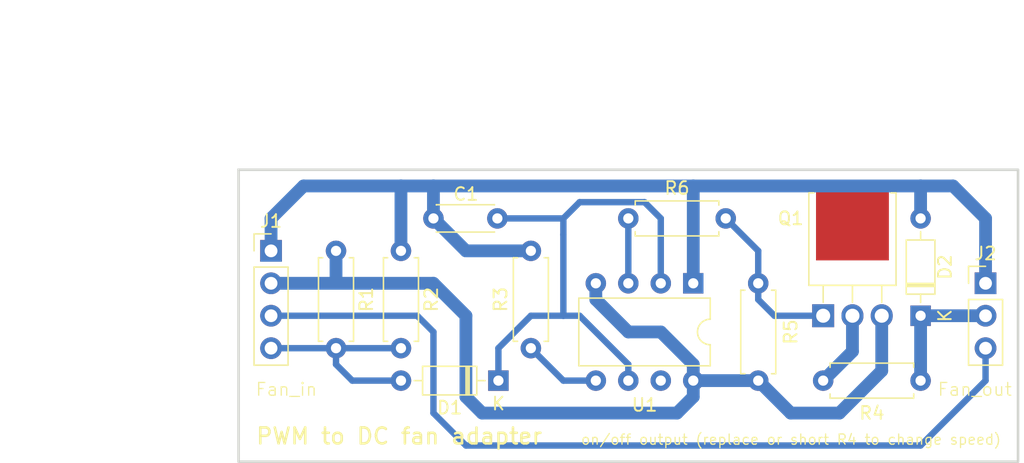
<source format=kicad_pcb>
(kicad_pcb (version 20240108) (generator "pcbnew") (generator_version "8.0")
  (layers (0 "F.Cu" signal) (31 "B.Cu" signal) (34 "B.Paste" user) (35 "F.Paste" user) (36 "B.SilkS" user "B.Silkscreen") (37 "F.SilkS" user "F.Silkscreen") (38 "B.Mask" user) (39 "F.Mask" user) (44 "Edge.Cuts" user))
  (net 0 "")
  (net 1 "Net-(D1-K)")
  (net 2 "GND")
  (net 3 "/PWM")
  (net 4 "/RPM")
  (net 5 "+12V")
  (net 6 "Net-(Q1-G)")
  (net 7 "Net-(Q1-D)")
  (net 8 "Net-(U1-CV)")
  (net 9 "Net-(U1-Q)")
  (net 11 "Net-(D2-K)")
  (footprint "Resistor_THT:R_Axial_DIN0207_L6.3mm_D2.5mm_P7.62mm_Horizontal" (layer "F.Cu") (at 134.62 53.34)
    (property "Reference" "R4" (at 3.81 2.54 360) (layer "F.SilkS"))
    (property "Value" "68")
    (fp_line (start 0.54 -1.37) (end 7.08 -1.37) (stroke (width 0.12)) (layer "F.SilkS"))
    (fp_line (start 0.54 -1.04) (end 0.54 -1.37) (stroke (width 0.12)) (layer "F.SilkS"))
    (fp_line (start 0.54 1.04) (end 0.54 1.37) (stroke (width 0.12)) (layer "F.SilkS"))
    (fp_line (start 0.54 1.37) (end 7.08 1.37) (stroke (width 0.12)) (layer "F.SilkS"))
    (fp_line (start 7.08 -1.37) (end 7.08 -1.04) (stroke (width 0.12)) (layer "F.SilkS"))
    (fp_line (start 7.08 1.37) (end 7.08 1.04) (stroke (width 0.12)) (layer "F.SilkS"))
    (pad "1" thru_hole circle (at 0 0) (size 1.6 1.6) (drill 0.8) (layers "*.Cu" "*.Mask") (net 7 "Net-(Q1-D)"))
    (pad "2" thru_hole oval (at 7.62 0) (size 1.6 1.6) (drill 0.8) (layers "*.Cu" "*.Mask") (net 11 "Net-(D2-K)"))
  )
  (footprint "Resistor_THT:R_Axial_DIN0207_L6.3mm_D2.5mm_P7.62mm_Horizontal" (layer "F.Cu") (at 119.38 40.64)
    (property "Reference" "R6" (at 3.81 -2.37 0) (layer "F.SilkS"))
    (property "Value" "10K")
    (fp_line (start 0.54 -1.37) (end 7.08 -1.37) (stroke (width 0.12)) (layer "F.SilkS"))
    (fp_line (start 0.54 -1.04) (end 0.54 -1.37) (stroke (width 0.12)) (layer "F.SilkS"))
    (fp_line (start 0.54 1.04) (end 0.54 1.37) (stroke (width 0.12)) (layer "F.SilkS"))
    (fp_line (start 0.54 1.37) (end 7.08 1.37) (stroke (width 0.12)) (layer "F.SilkS"))
    (fp_line (start 7.08 -1.37) (end 7.08 -1.04) (stroke (width 0.12)) (layer "F.SilkS"))
    (fp_line (start 7.08 1.37) (end 7.08 1.04) (stroke (width 0.12)) (layer "F.SilkS"))
    (pad "1" thru_hole circle (at 0 0) (size 1.6 1.6) (drill 0.8) (layers "*.Cu" "*.Mask") (net 9 "Net-(U1-Q)"))
    (pad "2" thru_hole oval (at 7.62 0) (size 1.6 1.6) (drill 0.8) (layers "*.Cu" "*.Mask") (net 6 "Net-(Q1-G)"))
  )
  (footprint "Diode_THT:D_DO-35_SOD27_P7.62mm_Horizontal" (layer "F.Cu") (at 109.22 53.34 180)
    (property "Reference" "D1" (at 3.81 -2.12 360) (layer "F.SilkS"))
    (property "Value" "D_Schottky")
    (fp_line (start 6.58 0) (end 5.93 0) (stroke (width 0.12)) (layer "F.SilkS"))
    (fp_line (start 5.93 1.12) (end 5.93 -1.12) (stroke (width 0.12)) (layer "F.SilkS"))
    (fp_line (start 5.93 -1.12) (end 1.69 -1.12) (stroke (width 0.12)) (layer "F.SilkS"))
    (fp_line (start 2.53 -1.12) (end 2.53 1.12) (stroke (width 0.12)) (layer "F.SilkS"))
    (fp_line (start 2.41 -1.12) (end 2.41 1.12) (stroke (width 0.12)) (layer "F.SilkS"))
    (fp_line (start 2.29 -1.12) (end 2.29 1.12) (stroke (width 0.12)) (layer "F.SilkS"))
    (fp_line (start 1.69 1.12) (end 5.93 1.12) (stroke (width 0.12)) (layer "F.SilkS"))
    (fp_line (start 1.69 -1.12) (end 1.69 1.12) (stroke (width 0.12)) (layer "F.SilkS"))
    (fp_line (start 1.04 0) (end 1.69 0) (stroke (width 0.12)) (layer "F.SilkS"))
    (fp_text user "K" (at 0 -1.8 360) (layer "F.SilkS"))
    (pad "1" thru_hole rect (at 0 0 180) (size 1.6 1.6) (drill 0.8) (layers "*.Cu" "*.Mask") (net 1 "Net-(D1-K)"))
    (pad "2" thru_hole oval (at 7.62 0 180) (size 1.6 1.6) (drill 0.8) (layers "*.Cu" "*.Mask") (net 3 "/PWM"))
  )
  (footprint "Package_DIP:DIP-8_W7.62mm" (layer "F.Cu") (at 124.46 45.72 -90)
    (property "Reference" "U1" (at 9.525 3.81 180) (layer "F.SilkS"))
    (property "Value" "SA555P")
    (fp_line (start 1.16 8.95) (end 6.46 8.95) (stroke (width 0.12)) (layer "F.SilkS"))
    (fp_line (start 6.46 8.95) (end 6.46 -1.33) (stroke (width 0.12)) (layer "F.SilkS"))
    (fp_line (start 1.16 -1.33) (end 1.16 8.95) (stroke (width 0.12)) (layer "F.SilkS"))
    (fp_line (start 2.81 -1.33) (end 1.16 -1.33) (stroke (width 0.12)) (layer "F.SilkS"))
    (fp_line (start 6.46 -1.33) (end 4.81 -1.33) (stroke (width 0.12)) (layer "F.SilkS"))
    (fp_arc (start 4.81 -1.33) (mid 3.81 -0.33) (end 2.81 -1.33) (stroke (width 0.12)) (layer "F.SilkS"))
    (pad "1" thru_hole rect (at 0 0 270) (size 1.6 1.6) (drill 0.8) (layers "*.Cu" "*.Mask") (net 2 "GND"))
    (pad "2" thru_hole oval (at 0 2.54 270) (size 1.6 1.6) (drill 0.8) (layers "*.Cu" "*.Mask") (net 1 "Net-(D1-K)"))
    (pad "3" thru_hole oval (at 0 5.08 270) (size 1.6 1.6) (drill 0.8) (layers "*.Cu" "*.Mask") (net 9 "Net-(U1-Q)"))
    (pad "4" thru_hole oval (at 0 7.62 270) (size 1.6 1.6) (drill 0.8) (layers "*.Cu" "*.Mask") (net 5 "+12V"))
    (pad "5" thru_hole oval (at 7.62 7.62 270) (size 1.6 1.6) (drill 0.8) (layers "*.Cu" "*.Mask") (net 8 "Net-(U1-CV)"))
    (pad "6" thru_hole oval (at 7.62 5.08 270) (size 1.6 1.6) (drill 0.8) (layers "*.Cu" "*.Mask") (net 1 "Net-(D1-K)"))
    (pad "7" thru_hole oval (at 7.62 2.54 270) (size 1.6 1.6) (drill 0.8) (layers "*.Cu" "*.Mask"))
    (pad "8" thru_hole oval (at 7.62 0 270) (size 1.6 1.6) (drill 0.8) (layers "*.Cu" "*.Mask") (net 5 "+12V"))
  )
  (footprint "Resistor_THT:R_Axial_DIN0207_L6.3mm_D2.5mm_P7.62mm_Horizontal" (layer "F.Cu") (at 129.54 53.34 90)
    (property "Reference" "R5" (at 3.81 2.54 90) (layer "F.SilkS"))
    (property "Value" "10K")
    (fp_line (start 7.08 -1.37) (end 7.08 -1.04) (stroke (width 0.12)) (layer "F.SilkS"))
    (fp_line (start 0.54 -1.37) (end 7.08 -1.37) (stroke (width 0.12)) (layer "F.SilkS"))
    (fp_line (start 0.54 -1.04) (end 0.54 -1.37) (stroke (width 0.12)) (layer "F.SilkS"))
    (fp_line (start 0.54 1.04) (end 0.54 1.37) (stroke (width 0.12)) (layer "F.SilkS"))
    (fp_line (start 7.08 1.37) (end 7.08 1.04) (stroke (width 0.12)) (layer "F.SilkS"))
    (fp_line (start 0.54 1.37) (end 7.08 1.37) (stroke (width 0.12)) (layer "F.SilkS"))
    (pad "1" thru_hole circle (at 0 0 90) (size 1.6 1.6) (drill 0.8) (layers "*.Cu" "*.Mask") (net 5 "+12V"))
    (pad "2" thru_hole oval (at 7.62 0 90) (size 1.6 1.6) (drill 0.8) (layers "*.Cu" "*.Mask") (net 6 "Net-(Q1-G)"))
  )
  (footprint "Resistor_THT:R_Axial_DIN0207_L6.3mm_D2.5mm_P7.62mm_Horizontal" (layer "F.Cu") (at 111.76 50.8 90)
    (property "Reference" "R3" (at 3.81 -2.37 90) (layer "F.SilkS"))
    (property "Value" "1.5K")
    (fp_line (start 7.08 -1.37) (end 7.08 -1.04) (stroke (width 0.12)) (layer "F.SilkS"))
    (fp_line (start 0.54 -1.37) (end 7.08 -1.37) (stroke (width 0.12)) (layer "F.SilkS"))
    (fp_line (start 0.54 -1.04) (end 0.54 -1.37) (stroke (width 0.12)) (layer "F.SilkS"))
    (fp_line (start 0.54 1.04) (end 0.54 1.37) (stroke (width 0.12)) (layer "F.SilkS"))
    (fp_line (start 7.08 1.37) (end 7.08 1.04) (stroke (width 0.12)) (layer "F.SilkS"))
    (fp_line (start 0.54 1.37) (end 7.08 1.37) (stroke (width 0.12)) (layer "F.SilkS"))
    (pad "1" thru_hole circle (at 0 0 90) (size 1.6 1.6) (drill 0.8) (layers "*.Cu" "*.Mask") (net 8 "Net-(U1-CV)"))
    (pad "2" thru_hole oval (at 7.62 0 90) (size 1.6 1.6) (drill 0.8) (layers "*.Cu" "*.Mask") (net 2 "GND"))
  )
  (footprint "Connector_PinHeader_2.54mm:PinHeader_1x04_P2.54mm_Vertical" (layer "F.Cu") (at 91.44 43.18)
    (property "Reference" "J1" (at 0 -2.33 0) (layer "F.SilkS"))
    (property "Value" "Fan_in")
    (fp_line (start -1.33 -1.33) (end 0 -1.33) (stroke (width 0.12)) (layer "F.SilkS"))
    (fp_line (start -1.33 0) (end -1.33 -1.33) (stroke (width 0.12)) (layer "F.SilkS"))
    (fp_line (start -1.33 1.27) (end -1.33 8.95) (stroke (width 0.12)) (layer "F.SilkS"))
    (fp_line (start -1.33 1.27) (end 1.33 1.27) (stroke (width 0.12)) (layer "F.SilkS"))
    (fp_line (start -1.33 8.95) (end 1.33 8.95) (stroke (width 0.12)) (layer "F.SilkS"))
    (fp_line (start 1.33 1.27) (end 1.33 8.95) (stroke (width 0.12)) (layer "F.SilkS"))
    (pad "1" thru_hole rect (at 0 0) (size 1.7 1.7) (drill 1) (layers "*.Cu" "*.Mask") (net 2 "GND"))
    (pad "2" thru_hole oval (at 0 2.54) (size 1.7 1.7) (drill 1) (layers "*.Cu" "*.Mask") (net 5 "+12V"))
    (pad "3" thru_hole oval (at 0 5.08) (size 1.7 1.7) (drill 1) (layers "*.Cu" "*.Mask") (net 4 "/RPM"))
    (pad "4" thru_hole oval (at 0 7.62) (size 1.7 1.7) (drill 1) (layers "*.Cu" "*.Mask") (net 3 "/PWM"))
  )
  (footprint "Connector_PinHeader_2.54mm:PinHeader_1x03_P2.54mm_Vertical" (layer "F.Cu") (at 147.32 45.72)
    (property "Reference" "J2" (at 0 -2.33 0) (layer "F.SilkS"))
    (property "Value" "Fan_out")
    (fp_line (start -1.33 -1.33) (end 0 -1.33) (stroke (width 0.12)) (layer "F.SilkS"))
    (fp_line (start -1.33 0) (end -1.33 -1.33) (stroke (width 0.12)) (layer "F.SilkS"))
    (fp_line (start -1.33 1.27) (end -1.33 6.41) (stroke (width 0.12)) (layer "F.SilkS"))
    (fp_line (start -1.33 1.27) (end 1.33 1.27) (stroke (width 0.12)) (layer "F.SilkS"))
    (fp_line (start -1.33 6.41) (end 1.33 6.41) (stroke (width 0.12)) (layer "F.SilkS"))
    (fp_line (start 1.33 1.27) (end 1.33 6.41) (stroke (width 0.12)) (layer "F.SilkS"))
    (pad "1" thru_hole rect (at 0 0) (size 1.7 1.7) (drill 1) (layers "*.Cu" "*.Mask") (net 2 "GND"))
    (pad "2" thru_hole oval (at 0 2.54) (size 1.7 1.7) (drill 1) (layers "*.Cu" "*.Mask") (net 11 "Net-(D2-K)"))
    (pad "3" thru_hole oval (at 0 5.08) (size 1.7 1.7) (drill 1) (layers "*.Cu" "*.Mask") (net 4 "/RPM"))
  )
  (footprint "Diode_THT:D_DO-35_SOD27_P7.62mm_Horizontal" (layer "F.Cu") (at 142.24 48.26 90)
    (property "Reference" "D2" (at 3.81 1.905 90) (layer "F.SilkS"))
    (property "Value" "D")
    (fp_line (start 5.93 -1.12) (end 1.69 -1.12) (stroke (width 0.12)) (layer "F.SilkS"))
    (fp_line (start 2.53 -1.12) (end 2.53 1.12) (stroke (width 0.12)) (layer "F.SilkS"))
    (fp_line (start 2.41 -1.12) (end 2.41 1.12) (stroke (width 0.12)) (layer "F.SilkS"))
    (fp_line (start 2.29 -1.12) (end 2.29 1.12) (stroke (width 0.12)) (layer "F.SilkS"))
    (fp_line (start 1.69 -1.12) (end 1.69 1.12) (stroke (width 0.12)) (layer "F.SilkS"))
    (fp_line (start 6.58 0) (end 5.93 0) (stroke (width 0.12)) (layer "F.SilkS"))
    (fp_line (start 1.04 0) (end 1.69 0) (stroke (width 0.12)) (layer "F.SilkS"))
    (fp_line (start 5.93 1.12) (end 5.93 -1.12) (stroke (width 0.12)) (layer "F.SilkS"))
    (fp_line (start 1.69 1.12) (end 5.93 1.12) (stroke (width 0.12)) (layer "F.SilkS"))
    (fp_text user "K" (at 0 1.905 90) (layer "F.SilkS"))
    (pad "1" thru_hole rect (at 0 0 90) (size 1.6 1.6) (drill 0.8) (layers "*.Cu" "*.Mask") (net 11 "Net-(D2-K)"))
    (pad "2" thru_hole oval (at 7.62 0 90) (size 1.6 1.6) (drill 0.8) (layers "*.Cu" "*.Mask") (net 2 "GND"))
  )
  (footprint "Resistor_THT:R_Axial_DIN0207_L6.3mm_D2.5mm_P7.62mm_Horizontal" (layer "F.Cu") (at 101.6 43.18 -90)
    (property "Reference" "R2" (at 3.81 -2.37 90) (layer "F.SilkS"))
    (property "Value" "3.3K")
    (fp_line (start 0.54 1.37) (end 7.08 1.37) (stroke (width 0.12)) (layer "F.SilkS"))
    (fp_line (start 7.08 1.37) (end 7.08 1.04) (stroke (width 0.12)) (layer "F.SilkS"))
    (fp_line (start 0.54 1.04) (end 0.54 1.37) (stroke (width 0.12)) (layer "F.SilkS"))
    (fp_line (start 0.54 -1.04) (end 0.54 -1.37) (stroke (width 0.12)) (layer "F.SilkS"))
    (fp_line (start 0.54 -1.37) (end 7.08 -1.37) (stroke (width 0.12)) (layer "F.SilkS"))
    (fp_line (start 7.08 -1.37) (end 7.08 -1.04) (stroke (width 0.12)) (layer "F.SilkS"))
    (pad "1" thru_hole circle (at 0 0 270) (size 1.6 1.6) (drill 0.8) (layers "*.Cu" "*.Mask") (net 2 "GND"))
    (pad "2" thru_hole oval (at 7.62 0 270) (size 1.6 1.6) (drill 0.8) (layers "*.Cu" "*.Mask") (net 3 "/PWM"))
  )
  (footprint "Resistor_THT:R_Axial_DIN0207_L6.3mm_D2.5mm_P7.62mm_Horizontal" (layer "F.Cu") (at 96.52 43.18 -90)
    (property "Reference" "R1" (at 3.81 -2.37 90) (layer "F.SilkS"))
    (property "Value" "10K")
    (fp_line (start 0.54 1.37) (end 7.08 1.37) (stroke (width 0.12)) (layer "F.SilkS"))
    (fp_line (start 7.08 1.37) (end 7.08 1.04) (stroke (width 0.12)) (layer "F.SilkS"))
    (fp_line (start 0.54 1.04) (end 0.54 1.37) (stroke (width 0.12)) (layer "F.SilkS"))
    (fp_line (start 0.54 -1.04) (end 0.54 -1.37) (stroke (width 0.12)) (layer "F.SilkS"))
    (fp_line (start 0.54 -1.37) (end 7.08 -1.37) (stroke (width 0.12)) (layer "F.SilkS"))
    (fp_line (start 7.08 -1.37) (end 7.08 -1.04) (stroke (width 0.12)) (layer "F.SilkS"))
    (pad "1" thru_hole circle (at 0 0 270) (size 1.6 1.6) (drill 0.8) (layers "*.Cu" "*.Mask") (net 5 "+12V"))
    (pad "2" thru_hole oval (at 7.62 0 270) (size 1.6 1.6) (drill 0.8) (layers "*.Cu" "*.Mask") (net 3 "/PWM"))
  )
  (footprint "Package_TO_SOT_THT:TO-251-3-1EP_Horizontal_TabDown" (layer "F.Cu") (at 134.62 48.26)
    (property "Reference" "Q1" (at -2.54 -7.62 360) (layer "F.SilkS"))
    (property "Value" "IRFU5305PbF")
    (fp_line (start -1.12 -9.62) (end -1.12 -2.38) (stroke (width 0.12)) (layer "F.SilkS"))
    (fp_line (start -1.12 -9.62) (end -0.711 -9.62) (stroke (width 0.12)) (layer "F.SilkS"))
    (fp_line (start -1.12 -2.38) (end 5.7 -2.38) (stroke (width 0.12)) (layer "F.SilkS"))
    (fp_line (start 0 -2.38) (end 0 -1.05) (stroke (width 0.12)) (layer "F.SilkS"))
    (fp_line (start 2.29 -2.38) (end 2.29 -1.05) (stroke (width 0.12)) (layer "F.SilkS"))
    (fp_line (start 4.58 -2.38) (end 4.58 -1.05) (stroke (width 0.12)) (layer "F.SilkS"))
    (fp_line (start 5.291 -9.62) (end 5.7 -9.62) (stroke (width 0.12)) (layer "F.SilkS"))
    (fp_line (start 5.7 -9.62) (end 5.7 -2.38) (stroke (width 0.12)) (layer "F.SilkS"))
    (pad "1" thru_hole rect (at 0 0) (size 1.7175 1.8) (drill 1.1) (layers "*.Cu" "*.Mask") (net 6 "Net-(Q1-G)"))
    (pad "2" thru_hole oval (at 2.29 0) (size 1.7175 1.8) (drill 1.1) (layers "*.Cu" "*.Mask") (net 7 "Net-(Q1-D)"))
    (pad "3" thru_hole oval (at 4.58 0) (size 1.7175 1.8) (drill 1.1) (layers "*.Cu" "*.Mask") (net 5 "+12V"))
    (pad "4" smd rect (at 2.29 -7.433333) (size 5.7 6.2) (layers "F.Cu" "F.Paste" "F.Mask"))
  )
  (footprint "Capacitor_THT:C_Disc_D4.3mm_W1.9mm_P5.00mm" (layer "F.Cu") (at 109.14 40.64 180)
    (property "Reference" "C1" (at 2.46 1.905 360) (layer "F.SilkS"))
    (property "Value" "10nF")
    (fp_line (start 4.77 1.055) (end 4.77 1.07) (stroke (width 0.12)) (layer "F.SilkS"))
    (fp_line (start 4.77 -1.07) (end 4.77 -1.055) (stroke (width 0.12)) (layer "F.SilkS"))
    (fp_line (start 0.23 1.07) (end 4.77 1.07) (stroke (width 0.12)) (layer "F.SilkS"))
    (fp_line (start 0.23 1.055) (end 0.23 1.07) (stroke (width 0.12)) (layer "F.SilkS"))
    (fp_line (start 0.23 -1.07) (end 4.77 -1.07) (stroke (width 0.12)) (layer "F.SilkS"))
    (fp_line (start 0.23 -1.07) (end 0.23 -1.055) (stroke (width 0.12)) (layer "F.SilkS"))
    (pad "1" thru_hole circle (at 0 0 180) (size 1.6 1.6) (drill 0.8) (layers "*.Cu" "*.Mask") (net 1 "Net-(D1-K)"))
    (pad "2" thru_hole circle (at 5 0 180) (size 1.6 1.6) (drill 0.8) (layers "*.Cu" "*.Mask") (net 2 "GND"))
  )
  (gr_rect (start 88.9 36.83) (end 149.86 59.69) (stroke (width 0.2)) (fill none) (layer "Edge.Cuts"))
  (gr_text "Fan_in" (at 90.17 54.61 0) (layer "F.SilkS") (effects (font (size 1 1) (thickness 0.1)) (justify left bottom)))
  (gr_text "Fan_out" (at 143.51 54.61 0) (layer "F.SilkS") (effects (font (size 1 1) (thickness 0.1)) (justify left bottom)))
  (gr_text "on/off output (replace or short R4 to change speed)" (at 148.59 58.42 0) (layer "F.SilkS") (effects (font (size 0.8 0.8) (thickness 0.1)) (justify right bottom)))
  (gr_text "PWM to DC fan adapter" (at 90.17 58.42 0) (layer "F.SilkS") (effects (font (size 1.25 1.25) (thickness 0.2) (bold yes)) (justify left bottom)))
  (segment (start 119.38 53.34) (end 119.38 52.07) (width 0.5) (layer "B.Cu") (net 1))
  (segment (start 121.92 45.72) (end 121.92 40.64) (width 0.5) (layer "B.Cu") (net 1))
  (segment (start 115.57 39.37) (end 114.3 40.64) (width 0.5) (layer "B.Cu") (net 1))
  (segment (start 109.14 40.64) (end 114.3 40.64) (width 0.5) (layer "B.Cu") (net 1))
  (segment (start 120.65 39.37) (end 115.57 39.37) (width 0.5) (layer "B.Cu") (net 1))
  (segment (start 121.92 40.64) (end 120.65 39.37) (width 0.5) (layer "B.Cu") (net 1))
  (segment (start 109.22 50.8) (end 111.76 48.26) (width 0.5) (layer "B.Cu") (net 1))
  (segment (start 119.38 52.07) (end 115.57 48.26) (width 0.5) (layer "B.Cu") (net 1))
  (segment (start 109.22 53.34) (end 109.22 50.8) (width 0.5) (layer "B.Cu") (net 1))
  (segment (start 114.3 41.91) (end 114.3 40.64) (width 0.5) (layer "B.Cu") (net 1))
  (segment (start 111.76 48.26) (end 114.3 48.26) (width 0.5) (layer "B.Cu") (net 1))
  (segment (start 114.3 48.26) (end 114.3 41.91) (width 0.5) (layer "B.Cu") (net 1))
  (segment (start 114.3 48.26) (end 115.57 48.26) (width 0.5) (layer "B.Cu") (net 1))
  (segment (start 101.6 38.1) (end 104.14 38.1) (width 1) (layer "B.Cu") (net 2))
  (segment (start 91.44 40.64) (end 93.98 38.1) (width 1) (layer "B.Cu") (net 2))
  (segment (start 147.32 40.64) (end 147.32 45.72) (width 1) (layer "B.Cu") (net 2))
  (segment (start 144.78 38.1) (end 147.32 40.64) (width 1) (layer "B.Cu") (net 2))
  (segment (start 124.46 38.1) (end 142.24 38.1) (width 1) (layer "B.Cu") (net 2))
  (segment (start 91.44 43.18) (end 91.44 40.64) (width 1) (layer "B.Cu") (net 2))
  (segment (start 104.14 38.1) (end 124.46 38.1) (width 1) (layer "B.Cu") (net 2))
  (segment (start 104.14 40.64) (end 104.14 38.1) (width 1) (layer "B.Cu") (net 2))
  (segment (start 106.68 43.18) (end 104.14 40.64) (width 1) (layer "B.Cu") (net 2))
  (segment (start 111.76 43.18) (end 106.68 43.18) (width 1) (layer "B.Cu") (net 2))
  (segment (start 142.24 38.1) (end 142.24 40.64) (width 1) (layer "B.Cu") (net 2))
  (segment (start 124.46 45.72) (end 124.46 38.1) (width 1) (layer "B.Cu") (net 2))
  (segment (start 142.24 38.1) (end 144.78 38.1) (width 1) (layer "B.Cu") (net 2))
  (segment (start 93.98 38.1) (end 101.6 38.1) (width 1) (layer "B.Cu") (net 2))
  (segment (start 101.6 43.18) (end 101.6 38.1) (width 1) (layer "B.Cu") (net 2))
  (segment (start 96.52 52.07) (end 97.79 53.34) (width 0.5) (layer "B.Cu") (net 3))
  (segment (start 101.6 53.34) (end 97.79 53.34) (width 0.5) (layer "B.Cu") (net 3))
  (segment (start 96.52 52.07) (end 96.52 50.8) (width 0.5) (layer "B.Cu") (net 3))
  (segment (start 96.52 50.8) (end 101.6 50.8) (width 0.5) (layer "B.Cu") (net 3))
  (segment (start 91.44 50.8) (end 96.52 50.8) (width 0.5) (layer "B.Cu") (net 3))
  (segment (start 104.14 55.88) (end 104.14 49.53) (width 0.5) (layer "B.Cu") (net 4))
  (segment (start 142.24 58.42) (end 106.68 58.42) (width 0.5) (layer "B.Cu") (net 4))
  (segment (start 102.87 48.26) (end 91.44 48.26) (width 0.5) (layer "B.Cu") (net 4))
  (segment (start 147.32 50.8) (end 147.32 53.34) (width 0.5) (layer "B.Cu") (net 4))
  (segment (start 104.14 55.88) (end 106.68 58.42) (width 0.5) (layer "B.Cu") (net 4))
  (segment (start 104.14 49.53) (end 102.87 48.26) (width 0.5) (layer "B.Cu") (net 4))
  (segment (start 147.32 53.34) (end 142.24 58.42) (width 0.5) (layer "B.Cu") (net 4))
  (segment (start 106.68 48.26) (end 104.14 45.72) (width 1) (layer "B.Cu") (net 5))
  (segment (start 106.68 54.61) (end 106.68 48.26) (width 1) (layer "B.Cu") (net 5))
  (segment (start 124.46 53.34) (end 124.46 54.61) (width 1) (layer "B.Cu") (net 5))
  (segment (start 96.52 45.72) (end 96.52 43.18) (width 1) (layer "B.Cu") (net 5))
  (segment (start 135.89 55.88) (end 139.2 52.57) (width 1) (layer "B.Cu") (net 5))
  (segment (start 124.46 53.34) (end 124.46 52.07) (width 1) (layer "B.Cu") (net 5))
  (segment (start 129.54 53.34) (end 132.08 55.88) (width 1) (layer "B.Cu") (net 5))
  (segment (start 132.08 55.88) (end 135.89 55.88) (width 1) (layer "B.Cu") (net 5))
  (segment (start 91.44 45.72) (end 96.52 45.72) (width 1) (layer "B.Cu") (net 5))
  (segment (start 116.84 46.99) (end 116.84 45.72) (width 1) (layer "B.Cu") (net 5))
  (segment (start 139.2 52.57) (end 139.2 48.26) (width 1) (layer "B.Cu") (net 5))
  (segment (start 106.68 54.61) (end 107.95 55.88) (width 1) (layer "B.Cu") (net 5))
  (segment (start 124.46 54.61) (end 123.19 55.88) (width 1) (layer "B.Cu") (net 5))
  (segment (start 104.14 45.72) (end 96.52 45.72) (width 1) (layer "B.Cu") (net 5))
  (segment (start 124.46 53.34) (end 129.54 53.34) (width 1) (layer "B.Cu") (net 5))
  (segment (start 121.92 49.53) (end 119.38 49.53) (width 1) (layer "B.Cu") (net 5))
  (segment (start 123.19 55.88) (end 107.95 55.88) (width 1) (layer "B.Cu") (net 5))
  (segment (start 124.46 52.07) (end 121.92 49.53) (width 1) (layer "B.Cu") (net 5))
  (segment (start 119.38 49.53) (end 116.84 46.99) (width 1) (layer "B.Cu") (net 5))
  (segment (start 129.54 46.99) (end 129.54 45.72) (width 0.5) (layer "B.Cu") (net 6))
  (segment (start 134.62 48.26) (end 130.81 48.26) (width 0.5) (layer "B.Cu") (net 6))
  (segment (start 129.54 43.18) (end 129.54 45.72) (width 0.5) (layer "B.Cu") (net 6))
  (segment (start 127 40.64) (end 129.54 43.18) (width 0.5) (layer "B.Cu") (net 6))
  (segment (start 130.81 48.26) (end 129.54 46.99) (width 0.5) (layer "B.Cu") (net 6))
  (segment (start 136.91 51.05) (end 134.62 53.34) (width 1) (layer "B.Cu") (net 7))
  (segment (start 136.91 48.26) (end 136.91 51.05) (width 1) (layer "B.Cu") (net 7))
  (segment (start 116.84 53.34) (end 114.3 53.34) (width 0.5) (layer "B.Cu") (net 8))
  (segment (start 111.76 50.8) (end 114.3 53.34) (width 0.5) (layer "B.Cu") (net 8))
  (segment (start 119.38 45.72) (end 119.38 40.64) (width 0.5) (layer "B.Cu") (net 9))
  (segment (start 142.24 48.26) (end 147.32 48.26) (width 1) (layer "B.Cu") (net 11))
  (segment (start 142.24 53.34) (end 142.24 48.26) (width 1) (layer "B.Cu") (net 11))
)
</source>
